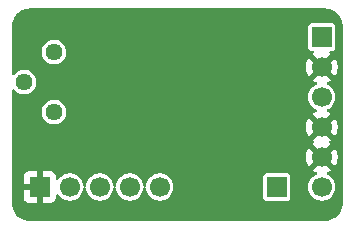
<source format=gbr>
%TF.GenerationSoftware,KiCad,Pcbnew,9.0.3*%
%TF.CreationDate,2025-09-20T16:11:44+08:00*%
%TF.ProjectId,Atari2600_2TransistorCompMod,41746172-6932-4363-9030-5f325472616e,rev?*%
%TF.SameCoordinates,Original*%
%TF.FileFunction,Copper,L2,Bot*%
%TF.FilePolarity,Positive*%
%FSLAX46Y46*%
G04 Gerber Fmt 4.6, Leading zero omitted, Abs format (unit mm)*
G04 Created by KiCad (PCBNEW 9.0.3) date 2025-09-20 16:11:44*
%MOMM*%
%LPD*%
G01*
G04 APERTURE LIST*
%TA.AperFunction,ComponentPad*%
%ADD10R,1.700000X1.700000*%
%TD*%
%TA.AperFunction,ComponentPad*%
%ADD11C,1.700000*%
%TD*%
%TA.AperFunction,ComponentPad*%
%ADD12C,1.440000*%
%TD*%
%TA.AperFunction,ViaPad*%
%ADD13C,0.600000*%
%TD*%
G04 APERTURE END LIST*
D10*
%TO.P,J3,1,Pin_1*%
%TO.N,/VideoOut*%
X93726000Y-58928000D03*
D11*
%TO.P,J3,2,Pin_2*%
%TO.N,GND*%
X93726000Y-61468000D03*
%TO.P,J3,3,Pin_3*%
%TO.N,/AudioOut*%
X93726000Y-64008000D03*
%TO.P,J3,4,Pin_4*%
%TO.N,GND*%
X93726000Y-66548000D03*
%TO.P,J3,5,Pin_5*%
X93726000Y-69088000D03*
%TO.P,J3,6,Pin_6*%
%TO.N,/AudioOut*%
X93726000Y-71628000D03*
%TD*%
D10*
%TO.P,J2,1,Pin_1*%
%TO.N,Net-(J2-Pin_1)*%
X89916000Y-71628000D03*
%TD*%
D12*
%TO.P,RV1,1,1*%
%TO.N,Net-(Q1-B)*%
X71060000Y-60198000D03*
%TO.P,RV1,2,2*%
%TO.N,Net-(C1-Pad2)*%
X68520000Y-62738000D03*
%TO.P,RV1,3,3*%
X71060000Y-65278000D03*
%TD*%
D10*
%TO.P,J1,1,Pin_1*%
%TO.N,GND*%
X69850000Y-71628000D03*
D11*
%TO.P,J1,2,Pin_2*%
%TO.N,unconnected-(J1-Pin_2-Pad2)*%
X72390000Y-71628000D03*
%TO.P,J1,3,Pin_3*%
%TO.N,+5V*%
X74930000Y-71628000D03*
%TO.P,J1,4,Pin_4*%
%TO.N,/VideoIn*%
X77470000Y-71628000D03*
%TO.P,J1,5,Pin_5*%
%TO.N,unconnected-(J1-Pin_5-Pad5)*%
X80010000Y-71628000D03*
%TD*%
D13*
%TO.N,GND*%
X92710000Y-70104000D03*
X84582000Y-66548000D03*
X69850000Y-73406000D03*
X68072000Y-71628000D03*
X92710000Y-62484000D03*
X92710000Y-60452000D03*
X69850000Y-69850000D03*
X92710000Y-67818000D03*
X94742000Y-67818000D03*
X94742000Y-65278000D03*
X94742000Y-70104000D03*
X92710000Y-65278000D03*
X94742000Y-60452000D03*
X86360000Y-66548000D03*
X94742000Y-62484000D03*
X81026000Y-66548000D03*
%TD*%
%TA.AperFunction,Conductor*%
%TO.N,GND*%
G36*
X94004418Y-56500816D02*
G01*
X94204561Y-56515130D01*
X94222063Y-56517647D01*
X94413797Y-56559355D01*
X94430755Y-56564334D01*
X94614609Y-56632909D01*
X94630701Y-56640259D01*
X94802904Y-56734288D01*
X94817784Y-56743849D01*
X94974867Y-56861441D01*
X94988237Y-56873027D01*
X95126972Y-57011762D01*
X95138558Y-57025132D01*
X95256146Y-57182210D01*
X95265711Y-57197095D01*
X95359740Y-57369298D01*
X95367090Y-57385390D01*
X95435662Y-57569236D01*
X95440646Y-57586212D01*
X95482351Y-57777931D01*
X95484869Y-57795442D01*
X95499184Y-57995580D01*
X95499500Y-58004427D01*
X95499500Y-72995572D01*
X95499184Y-73004419D01*
X95484869Y-73204557D01*
X95482351Y-73222068D01*
X95440646Y-73413787D01*
X95435662Y-73430763D01*
X95367090Y-73614609D01*
X95359740Y-73630701D01*
X95265711Y-73802904D01*
X95256146Y-73817789D01*
X95138558Y-73974867D01*
X95126972Y-73988237D01*
X94988237Y-74126972D01*
X94974867Y-74138558D01*
X94817789Y-74256146D01*
X94802904Y-74265711D01*
X94630701Y-74359740D01*
X94614609Y-74367090D01*
X94430763Y-74435662D01*
X94413787Y-74440646D01*
X94222068Y-74482351D01*
X94204557Y-74484869D01*
X94023779Y-74497799D01*
X94004417Y-74499184D01*
X93995572Y-74499500D01*
X69004428Y-74499500D01*
X68995582Y-74499184D01*
X68973622Y-74497613D01*
X68795442Y-74484869D01*
X68777931Y-74482351D01*
X68586212Y-74440646D01*
X68569236Y-74435662D01*
X68385390Y-74367090D01*
X68369298Y-74359740D01*
X68197095Y-74265711D01*
X68182210Y-74256146D01*
X68025132Y-74138558D01*
X68011762Y-74126972D01*
X67873027Y-73988237D01*
X67861441Y-73974867D01*
X67743849Y-73817784D01*
X67734288Y-73802904D01*
X67640259Y-73630701D01*
X67632909Y-73614609D01*
X67572091Y-73451551D01*
X67564334Y-73430755D01*
X67559355Y-73413797D01*
X67517647Y-73222063D01*
X67515130Y-73204556D01*
X67500816Y-73004418D01*
X67500500Y-72995572D01*
X67500500Y-70730155D01*
X68500000Y-70730155D01*
X68500000Y-71378000D01*
X69416988Y-71378000D01*
X69384075Y-71435007D01*
X69350000Y-71562174D01*
X69350000Y-71693826D01*
X69384075Y-71820993D01*
X69416988Y-71878000D01*
X68500000Y-71878000D01*
X68500000Y-72525844D01*
X68506401Y-72585372D01*
X68506403Y-72585379D01*
X68556645Y-72720086D01*
X68556649Y-72720093D01*
X68642809Y-72835187D01*
X68642812Y-72835190D01*
X68757906Y-72921350D01*
X68757913Y-72921354D01*
X68892620Y-72971596D01*
X68892627Y-72971598D01*
X68952155Y-72977999D01*
X68952172Y-72978000D01*
X69600000Y-72978000D01*
X69600000Y-72061012D01*
X69657007Y-72093925D01*
X69784174Y-72128000D01*
X69915826Y-72128000D01*
X70042993Y-72093925D01*
X70100000Y-72061012D01*
X70100000Y-72978000D01*
X70747828Y-72978000D01*
X70747844Y-72977999D01*
X70807372Y-72971598D01*
X70807379Y-72971596D01*
X70942086Y-72921354D01*
X70942093Y-72921350D01*
X71057187Y-72835190D01*
X71057190Y-72835187D01*
X71143350Y-72720093D01*
X71143354Y-72720086D01*
X71193596Y-72585379D01*
X71193598Y-72585372D01*
X71199999Y-72525844D01*
X71200000Y-72525827D01*
X71200000Y-72329087D01*
X71219685Y-72262048D01*
X71272489Y-72216293D01*
X71341647Y-72206349D01*
X71405203Y-72235374D01*
X71424318Y-72256202D01*
X71512441Y-72377495D01*
X71640500Y-72505554D01*
X71640505Y-72505558D01*
X71750361Y-72585372D01*
X71787006Y-72611996D01*
X71863094Y-72650765D01*
X71948360Y-72694211D01*
X71948363Y-72694212D01*
X72027997Y-72720086D01*
X72120591Y-72750171D01*
X72203429Y-72763291D01*
X72299449Y-72778500D01*
X72299454Y-72778500D01*
X72480551Y-72778500D01*
X72567259Y-72764765D01*
X72659409Y-72750171D01*
X72831639Y-72694211D01*
X72992994Y-72611996D01*
X73139501Y-72505553D01*
X73267553Y-72377501D01*
X73373996Y-72230994D01*
X73456211Y-72069639D01*
X73512171Y-71897409D01*
X73526422Y-71807425D01*
X73537527Y-71737321D01*
X73567456Y-71674186D01*
X73626768Y-71637255D01*
X73696630Y-71638253D01*
X73754863Y-71676863D01*
X73782473Y-71737321D01*
X73807829Y-71897410D01*
X73863787Y-72069636D01*
X73863788Y-72069639D01*
X73919664Y-72179300D01*
X73938513Y-72216293D01*
X73946006Y-72230997D01*
X74052441Y-72377494D01*
X74052445Y-72377499D01*
X74180500Y-72505554D01*
X74180505Y-72505558D01*
X74290361Y-72585372D01*
X74327006Y-72611996D01*
X74403094Y-72650765D01*
X74488360Y-72694211D01*
X74488363Y-72694212D01*
X74567997Y-72720086D01*
X74660591Y-72750171D01*
X74743429Y-72763291D01*
X74839449Y-72778500D01*
X74839454Y-72778500D01*
X75020551Y-72778500D01*
X75107259Y-72764765D01*
X75199409Y-72750171D01*
X75371639Y-72694211D01*
X75532994Y-72611996D01*
X75679501Y-72505553D01*
X75807553Y-72377501D01*
X75913996Y-72230994D01*
X75996211Y-72069639D01*
X76052171Y-71897409D01*
X76066422Y-71807425D01*
X76077527Y-71737321D01*
X76107456Y-71674186D01*
X76166768Y-71637255D01*
X76236630Y-71638253D01*
X76294863Y-71676863D01*
X76322473Y-71737321D01*
X76347829Y-71897410D01*
X76403787Y-72069636D01*
X76403788Y-72069639D01*
X76459664Y-72179300D01*
X76478513Y-72216293D01*
X76486006Y-72230997D01*
X76592441Y-72377494D01*
X76592445Y-72377499D01*
X76720500Y-72505554D01*
X76720505Y-72505558D01*
X76830361Y-72585372D01*
X76867006Y-72611996D01*
X76943094Y-72650765D01*
X77028360Y-72694211D01*
X77028363Y-72694212D01*
X77107997Y-72720086D01*
X77200591Y-72750171D01*
X77283429Y-72763291D01*
X77379449Y-72778500D01*
X77379454Y-72778500D01*
X77560551Y-72778500D01*
X77647259Y-72764765D01*
X77739409Y-72750171D01*
X77911639Y-72694211D01*
X78072994Y-72611996D01*
X78219501Y-72505553D01*
X78347553Y-72377501D01*
X78453996Y-72230994D01*
X78536211Y-72069639D01*
X78592171Y-71897409D01*
X78606422Y-71807425D01*
X78617527Y-71737321D01*
X78647456Y-71674186D01*
X78706768Y-71637255D01*
X78776630Y-71638253D01*
X78834863Y-71676863D01*
X78862473Y-71737321D01*
X78887829Y-71897410D01*
X78943787Y-72069636D01*
X78943788Y-72069639D01*
X78999664Y-72179300D01*
X79018513Y-72216293D01*
X79026006Y-72230997D01*
X79132441Y-72377494D01*
X79132445Y-72377499D01*
X79260500Y-72505554D01*
X79260505Y-72505558D01*
X79370361Y-72585372D01*
X79407006Y-72611996D01*
X79483094Y-72650765D01*
X79568360Y-72694211D01*
X79568363Y-72694212D01*
X79647997Y-72720086D01*
X79740591Y-72750171D01*
X79823429Y-72763291D01*
X79919449Y-72778500D01*
X79919454Y-72778500D01*
X80100551Y-72778500D01*
X80187259Y-72764765D01*
X80279409Y-72750171D01*
X80451639Y-72694211D01*
X80612994Y-72611996D01*
X80759501Y-72505553D01*
X80887553Y-72377501D01*
X80993996Y-72230994D01*
X81076211Y-72069639D01*
X81132171Y-71897409D01*
X81146765Y-71805259D01*
X81160500Y-71718551D01*
X81160500Y-71537448D01*
X81135245Y-71378000D01*
X81132171Y-71358591D01*
X81076211Y-71186361D01*
X81076211Y-71186360D01*
X81005937Y-71048442D01*
X80993996Y-71025006D01*
X80975681Y-70999797D01*
X80887558Y-70878505D01*
X80887554Y-70878500D01*
X80759499Y-70750445D01*
X80759494Y-70750441D01*
X80735669Y-70733131D01*
X88765500Y-70733131D01*
X88765500Y-72522856D01*
X88765502Y-72522882D01*
X88768413Y-72547987D01*
X88768415Y-72547991D01*
X88813793Y-72650764D01*
X88813794Y-72650765D01*
X88893235Y-72730206D01*
X88996009Y-72775585D01*
X89021135Y-72778500D01*
X90810864Y-72778499D01*
X90810879Y-72778497D01*
X90810882Y-72778497D01*
X90835987Y-72775586D01*
X90835988Y-72775585D01*
X90835991Y-72775585D01*
X90938765Y-72730206D01*
X91018206Y-72650765D01*
X91063585Y-72547991D01*
X91066500Y-72522865D01*
X91066499Y-70733136D01*
X91066497Y-70733117D01*
X91063586Y-70708012D01*
X91063585Y-70708010D01*
X91063585Y-70708009D01*
X91018206Y-70605235D01*
X90938765Y-70525794D01*
X90928211Y-70521134D01*
X90835992Y-70480415D01*
X90810865Y-70477500D01*
X89021143Y-70477500D01*
X89021117Y-70477502D01*
X88996012Y-70480413D01*
X88996008Y-70480415D01*
X88893235Y-70525793D01*
X88813794Y-70605234D01*
X88768415Y-70708006D01*
X88768415Y-70708008D01*
X88765500Y-70733131D01*
X80735669Y-70733131D01*
X80612997Y-70644006D01*
X80612996Y-70644005D01*
X80612994Y-70644004D01*
X80536906Y-70605235D01*
X80451639Y-70561788D01*
X80451636Y-70561787D01*
X80279410Y-70505829D01*
X80100551Y-70477500D01*
X80100546Y-70477500D01*
X79919454Y-70477500D01*
X79919449Y-70477500D01*
X79740589Y-70505829D01*
X79568363Y-70561787D01*
X79568360Y-70561788D01*
X79407002Y-70644006D01*
X79260505Y-70750441D01*
X79260500Y-70750445D01*
X79132445Y-70878500D01*
X79132441Y-70878505D01*
X79026006Y-71025002D01*
X78943788Y-71186360D01*
X78943787Y-71186363D01*
X78887829Y-71358589D01*
X78862473Y-71518678D01*
X78832544Y-71581813D01*
X78773232Y-71618744D01*
X78703369Y-71617746D01*
X78645137Y-71579136D01*
X78617527Y-71518678D01*
X78595245Y-71378000D01*
X78592171Y-71358591D01*
X78536211Y-71186361D01*
X78536211Y-71186360D01*
X78465937Y-71048442D01*
X78453996Y-71025006D01*
X78435681Y-70999797D01*
X78347558Y-70878505D01*
X78347554Y-70878500D01*
X78219499Y-70750445D01*
X78219494Y-70750441D01*
X78072997Y-70644006D01*
X78072996Y-70644005D01*
X78072994Y-70644004D01*
X77996906Y-70605235D01*
X77911639Y-70561788D01*
X77911636Y-70561787D01*
X77739410Y-70505829D01*
X77560551Y-70477500D01*
X77560546Y-70477500D01*
X77379454Y-70477500D01*
X77379449Y-70477500D01*
X77200589Y-70505829D01*
X77028363Y-70561787D01*
X77028360Y-70561788D01*
X76867002Y-70644006D01*
X76720505Y-70750441D01*
X76720500Y-70750445D01*
X76592445Y-70878500D01*
X76592441Y-70878505D01*
X76486006Y-71025002D01*
X76403788Y-71186360D01*
X76403787Y-71186363D01*
X76347829Y-71358589D01*
X76322473Y-71518678D01*
X76292544Y-71581813D01*
X76233232Y-71618744D01*
X76163369Y-71617746D01*
X76105137Y-71579136D01*
X76077527Y-71518678D01*
X76055245Y-71378000D01*
X76052171Y-71358591D01*
X75996211Y-71186361D01*
X75996211Y-71186360D01*
X75925937Y-71048442D01*
X75913996Y-71025006D01*
X75895681Y-70999797D01*
X75807558Y-70878505D01*
X75807554Y-70878500D01*
X75679499Y-70750445D01*
X75679494Y-70750441D01*
X75532997Y-70644006D01*
X75532996Y-70644005D01*
X75532994Y-70644004D01*
X75456906Y-70605235D01*
X75371639Y-70561788D01*
X75371636Y-70561787D01*
X75199410Y-70505829D01*
X75020551Y-70477500D01*
X75020546Y-70477500D01*
X74839454Y-70477500D01*
X74839449Y-70477500D01*
X74660589Y-70505829D01*
X74488363Y-70561787D01*
X74488360Y-70561788D01*
X74327002Y-70644006D01*
X74180505Y-70750441D01*
X74180500Y-70750445D01*
X74052445Y-70878500D01*
X74052441Y-70878505D01*
X73946006Y-71025002D01*
X73863788Y-71186360D01*
X73863787Y-71186363D01*
X73807829Y-71358589D01*
X73782473Y-71518678D01*
X73752544Y-71581813D01*
X73693232Y-71618744D01*
X73623369Y-71617746D01*
X73565137Y-71579136D01*
X73537527Y-71518678D01*
X73515245Y-71378000D01*
X73512171Y-71358591D01*
X73456211Y-71186361D01*
X73456211Y-71186360D01*
X73385937Y-71048442D01*
X73373996Y-71025006D01*
X73355681Y-70999797D01*
X73267558Y-70878505D01*
X73267554Y-70878500D01*
X73139499Y-70750445D01*
X73139494Y-70750441D01*
X72992997Y-70644006D01*
X72992996Y-70644005D01*
X72992994Y-70644004D01*
X72916906Y-70605235D01*
X72831639Y-70561788D01*
X72831636Y-70561787D01*
X72659410Y-70505829D01*
X72480551Y-70477500D01*
X72480546Y-70477500D01*
X72299454Y-70477500D01*
X72299449Y-70477500D01*
X72120589Y-70505829D01*
X71948363Y-70561787D01*
X71948360Y-70561788D01*
X71787002Y-70644006D01*
X71640505Y-70750441D01*
X71640500Y-70750445D01*
X71512445Y-70878500D01*
X71512441Y-70878505D01*
X71424318Y-70999797D01*
X71368988Y-71042463D01*
X71299375Y-71048442D01*
X71237580Y-71015836D01*
X71203223Y-70954998D01*
X71200000Y-70926912D01*
X71200000Y-70730172D01*
X71199999Y-70730155D01*
X71193598Y-70670627D01*
X71193596Y-70670620D01*
X71143354Y-70535913D01*
X71143350Y-70535906D01*
X71057190Y-70420812D01*
X71057187Y-70420809D01*
X70942093Y-70334649D01*
X70942086Y-70334645D01*
X70807379Y-70284403D01*
X70807372Y-70284401D01*
X70747844Y-70278000D01*
X70100000Y-70278000D01*
X70100000Y-71194988D01*
X70042993Y-71162075D01*
X69915826Y-71128000D01*
X69784174Y-71128000D01*
X69657007Y-71162075D01*
X69600000Y-71194988D01*
X69600000Y-70278000D01*
X68952155Y-70278000D01*
X68892627Y-70284401D01*
X68892620Y-70284403D01*
X68757913Y-70334645D01*
X68757906Y-70334649D01*
X68642812Y-70420809D01*
X68642809Y-70420812D01*
X68556649Y-70535906D01*
X68556645Y-70535913D01*
X68506403Y-70670620D01*
X68506401Y-70670627D01*
X68500000Y-70730155D01*
X67500500Y-70730155D01*
X67500500Y-65177484D01*
X70039500Y-65177484D01*
X70039500Y-65378515D01*
X70078715Y-65575661D01*
X70078718Y-65575673D01*
X70155640Y-65761381D01*
X70155647Y-65761394D01*
X70267325Y-65928530D01*
X70267328Y-65928534D01*
X70409465Y-66070671D01*
X70409469Y-66070674D01*
X70576605Y-66182352D01*
X70576618Y-66182359D01*
X70762326Y-66259281D01*
X70762331Y-66259283D01*
X70959484Y-66298499D01*
X70959488Y-66298500D01*
X70959489Y-66298500D01*
X71160512Y-66298500D01*
X71160513Y-66298499D01*
X71357669Y-66259283D01*
X71543388Y-66182356D01*
X71710531Y-66070674D01*
X71852674Y-65928531D01*
X71964356Y-65761388D01*
X72041283Y-65575669D01*
X72080500Y-65378511D01*
X72080500Y-65177489D01*
X72041283Y-64980331D01*
X72002027Y-64885558D01*
X71964359Y-64794618D01*
X71964352Y-64794605D01*
X71852674Y-64627469D01*
X71852671Y-64627465D01*
X71710534Y-64485328D01*
X71710530Y-64485325D01*
X71543394Y-64373647D01*
X71543381Y-64373640D01*
X71357673Y-64296718D01*
X71357661Y-64296715D01*
X71160515Y-64257500D01*
X71160511Y-64257500D01*
X70959489Y-64257500D01*
X70959484Y-64257500D01*
X70762338Y-64296715D01*
X70762326Y-64296718D01*
X70576618Y-64373640D01*
X70576605Y-64373647D01*
X70409469Y-64485325D01*
X70409465Y-64485328D01*
X70267328Y-64627465D01*
X70267325Y-64627469D01*
X70155647Y-64794605D01*
X70155640Y-64794618D01*
X70078718Y-64980326D01*
X70078715Y-64980338D01*
X70039500Y-65177484D01*
X67500500Y-65177484D01*
X67500500Y-63457835D01*
X67520185Y-63390796D01*
X67572989Y-63345041D01*
X67642147Y-63335097D01*
X67705703Y-63364122D01*
X67723242Y-63384003D01*
X67723462Y-63383823D01*
X67727328Y-63388534D01*
X67869465Y-63530671D01*
X67869469Y-63530674D01*
X68036605Y-63642352D01*
X68036618Y-63642359D01*
X68222326Y-63719281D01*
X68222331Y-63719283D01*
X68419484Y-63758499D01*
X68419488Y-63758500D01*
X68419489Y-63758500D01*
X68620512Y-63758500D01*
X68620513Y-63758499D01*
X68817669Y-63719283D01*
X69003388Y-63642356D01*
X69170531Y-63530674D01*
X69312674Y-63388531D01*
X69424356Y-63221388D01*
X69501283Y-63035669D01*
X69540500Y-62838511D01*
X69540500Y-62637489D01*
X69501283Y-62440331D01*
X69501281Y-62440326D01*
X69424359Y-62254618D01*
X69424352Y-62254605D01*
X69312674Y-62087469D01*
X69312671Y-62087465D01*
X69170534Y-61945328D01*
X69170530Y-61945325D01*
X69003394Y-61833647D01*
X69003381Y-61833640D01*
X68817673Y-61756718D01*
X68817661Y-61756715D01*
X68620515Y-61717500D01*
X68620511Y-61717500D01*
X68419489Y-61717500D01*
X68419484Y-61717500D01*
X68222338Y-61756715D01*
X68222326Y-61756718D01*
X68036618Y-61833640D01*
X68036605Y-61833647D01*
X67869469Y-61945325D01*
X67869465Y-61945328D01*
X67727328Y-62087465D01*
X67723462Y-62092177D01*
X67722459Y-62091354D01*
X67673985Y-62131862D01*
X67604660Y-62140566D01*
X67541633Y-62110409D01*
X67504917Y-62050964D01*
X67500500Y-62018164D01*
X67500500Y-61361753D01*
X92376000Y-61361753D01*
X92376000Y-61574246D01*
X92409242Y-61784127D01*
X92409242Y-61784130D01*
X92474904Y-61986217D01*
X92571375Y-62175550D01*
X92610728Y-62229716D01*
X93243037Y-61597408D01*
X93260075Y-61660993D01*
X93325901Y-61775007D01*
X93418993Y-61868099D01*
X93533007Y-61933925D01*
X93596590Y-61950962D01*
X92964282Y-62583269D01*
X92964282Y-62583270D01*
X93018449Y-62622624D01*
X93207780Y-62719094D01*
X93236705Y-62728492D01*
X93294381Y-62767929D01*
X93321580Y-62832287D01*
X93309667Y-62901134D01*
X93262424Y-62952610D01*
X93254685Y-62956908D01*
X93123004Y-63024004D01*
X92976505Y-63130441D01*
X92976500Y-63130445D01*
X92848445Y-63258500D01*
X92848441Y-63258505D01*
X92742006Y-63405002D01*
X92659788Y-63566360D01*
X92659787Y-63566363D01*
X92603829Y-63738589D01*
X92575500Y-63917448D01*
X92575500Y-64098551D01*
X92603829Y-64277410D01*
X92659787Y-64449636D01*
X92659788Y-64449639D01*
X92742006Y-64610997D01*
X92848441Y-64757494D01*
X92848445Y-64757499D01*
X92976500Y-64885554D01*
X92976505Y-64885558D01*
X93104287Y-64978396D01*
X93123006Y-64991996D01*
X93224780Y-65043853D01*
X93254684Y-65059090D01*
X93305480Y-65107065D01*
X93322275Y-65174886D01*
X93299737Y-65241021D01*
X93245022Y-65284472D01*
X93236708Y-65287506D01*
X93207781Y-65296905D01*
X93018439Y-65393380D01*
X92964282Y-65432727D01*
X92964282Y-65432728D01*
X93596591Y-66065037D01*
X93533007Y-66082075D01*
X93418993Y-66147901D01*
X93325901Y-66240993D01*
X93260075Y-66355007D01*
X93243037Y-66418591D01*
X92610728Y-65786282D01*
X92610727Y-65786282D01*
X92571380Y-65840439D01*
X92474904Y-66029782D01*
X92409242Y-66231869D01*
X92409242Y-66231872D01*
X92376000Y-66441753D01*
X92376000Y-66654246D01*
X92409242Y-66864127D01*
X92409242Y-66864130D01*
X92474904Y-67066217D01*
X92571375Y-67255550D01*
X92610728Y-67309716D01*
X93243037Y-66677408D01*
X93260075Y-66740993D01*
X93325901Y-66855007D01*
X93418993Y-66948099D01*
X93533007Y-67013925D01*
X93596591Y-67030962D01*
X92995971Y-67631581D01*
X93074711Y-67748895D01*
X93075920Y-67752729D01*
X93078844Y-67755491D01*
X93086343Y-67785778D01*
X93095727Y-67815529D01*
X93094671Y-67819408D01*
X93095638Y-67823312D01*
X93085573Y-67852844D01*
X93077383Y-67882947D01*
X93074397Y-67885640D01*
X93073100Y-67889447D01*
X93028051Y-67928483D01*
X93018440Y-67933380D01*
X92964282Y-67972727D01*
X92964282Y-67972728D01*
X93596591Y-68605037D01*
X93533007Y-68622075D01*
X93418993Y-68687901D01*
X93325901Y-68780993D01*
X93260075Y-68895007D01*
X93243037Y-68958591D01*
X92610728Y-68326282D01*
X92610727Y-68326282D01*
X92571380Y-68380439D01*
X92474904Y-68569782D01*
X92409242Y-68771869D01*
X92409242Y-68771872D01*
X92376000Y-68981753D01*
X92376000Y-69194246D01*
X92409242Y-69404127D01*
X92409242Y-69404130D01*
X92474904Y-69606217D01*
X92571375Y-69795550D01*
X92610728Y-69849716D01*
X93243037Y-69217408D01*
X93260075Y-69280993D01*
X93325901Y-69395007D01*
X93418993Y-69488099D01*
X93533007Y-69553925D01*
X93596590Y-69570962D01*
X92964282Y-70203269D01*
X92964282Y-70203270D01*
X93018449Y-70242624D01*
X93207780Y-70339094D01*
X93236705Y-70348492D01*
X93294381Y-70387929D01*
X93321580Y-70452287D01*
X93309667Y-70521134D01*
X93262424Y-70572610D01*
X93254685Y-70576908D01*
X93123004Y-70644004D01*
X92976505Y-70750441D01*
X92976500Y-70750445D01*
X92848445Y-70878500D01*
X92848441Y-70878505D01*
X92742006Y-71025002D01*
X92659788Y-71186360D01*
X92659787Y-71186363D01*
X92603829Y-71358589D01*
X92575500Y-71537448D01*
X92575500Y-71718551D01*
X92603829Y-71897410D01*
X92659787Y-72069636D01*
X92659788Y-72069639D01*
X92715664Y-72179300D01*
X92734513Y-72216293D01*
X92742006Y-72230997D01*
X92848441Y-72377494D01*
X92848445Y-72377499D01*
X92976500Y-72505554D01*
X92976505Y-72505558D01*
X93086361Y-72585372D01*
X93123006Y-72611996D01*
X93199094Y-72650765D01*
X93284360Y-72694211D01*
X93284363Y-72694212D01*
X93363997Y-72720086D01*
X93456591Y-72750171D01*
X93539429Y-72763291D01*
X93635449Y-72778500D01*
X93635454Y-72778500D01*
X93816551Y-72778500D01*
X93903259Y-72764765D01*
X93995409Y-72750171D01*
X94167639Y-72694211D01*
X94328994Y-72611996D01*
X94475501Y-72505553D01*
X94603553Y-72377501D01*
X94709996Y-72230994D01*
X94792211Y-72069639D01*
X94848171Y-71897409D01*
X94862765Y-71805259D01*
X94876500Y-71718551D01*
X94876500Y-71537448D01*
X94851245Y-71378000D01*
X94848171Y-71358591D01*
X94792211Y-71186361D01*
X94792211Y-71186360D01*
X94721937Y-71048442D01*
X94709996Y-71025006D01*
X94691681Y-70999797D01*
X94603558Y-70878505D01*
X94603554Y-70878500D01*
X94475499Y-70750445D01*
X94475494Y-70750441D01*
X94328995Y-70644004D01*
X94197314Y-70576908D01*
X94146519Y-70528934D01*
X94129724Y-70461113D01*
X94152262Y-70394978D01*
X94206977Y-70351527D01*
X94215295Y-70348492D01*
X94244217Y-70339095D01*
X94433554Y-70242622D01*
X94487716Y-70203270D01*
X94487717Y-70203270D01*
X93855408Y-69570962D01*
X93918993Y-69553925D01*
X94033007Y-69488099D01*
X94126099Y-69395007D01*
X94191925Y-69280993D01*
X94208962Y-69217408D01*
X94841270Y-69849717D01*
X94841270Y-69849716D01*
X94880622Y-69795554D01*
X94977095Y-69606217D01*
X95042757Y-69404130D01*
X95042757Y-69404127D01*
X95076000Y-69194246D01*
X95076000Y-68981753D01*
X95042757Y-68771872D01*
X95042757Y-68771869D01*
X94977095Y-68569782D01*
X94880624Y-68380449D01*
X94841270Y-68326282D01*
X94841269Y-68326282D01*
X94208962Y-68958590D01*
X94191925Y-68895007D01*
X94126099Y-68780993D01*
X94033007Y-68687901D01*
X93918993Y-68622075D01*
X93855409Y-68605037D01*
X94487716Y-67972728D01*
X94433550Y-67933375D01*
X94423954Y-67928486D01*
X94373157Y-67880512D01*
X94356361Y-67812692D01*
X94378897Y-67746556D01*
X94423954Y-67707514D01*
X94433554Y-67702622D01*
X94487716Y-67663270D01*
X94487717Y-67663270D01*
X93855408Y-67030962D01*
X93918993Y-67013925D01*
X94033007Y-66948099D01*
X94126099Y-66855007D01*
X94191925Y-66740993D01*
X94208962Y-66677408D01*
X94841270Y-67309717D01*
X94841270Y-67309716D01*
X94880622Y-67255554D01*
X94977095Y-67066217D01*
X95042757Y-66864130D01*
X95042757Y-66864127D01*
X95076000Y-66654246D01*
X95076000Y-66441753D01*
X95042757Y-66231872D01*
X95042757Y-66231869D01*
X94977095Y-66029782D01*
X94880624Y-65840449D01*
X94841270Y-65786282D01*
X94841269Y-65786282D01*
X94208962Y-66418590D01*
X94191925Y-66355007D01*
X94126099Y-66240993D01*
X94033007Y-66147901D01*
X93918993Y-66082075D01*
X93855409Y-66065037D01*
X94487716Y-65432728D01*
X94433550Y-65393375D01*
X94244217Y-65296904D01*
X94215292Y-65287506D01*
X94157616Y-65248068D01*
X94130418Y-65183710D01*
X94142333Y-65114863D01*
X94189577Y-65063388D01*
X94197315Y-65059090D01*
X94328994Y-64991996D01*
X94475501Y-64885553D01*
X94603553Y-64757501D01*
X94709996Y-64610994D01*
X94792211Y-64449639D01*
X94848171Y-64277409D01*
X94862765Y-64185259D01*
X94876500Y-64098551D01*
X94876500Y-63917448D01*
X94851324Y-63758499D01*
X94848171Y-63738591D01*
X94792211Y-63566361D01*
X94792211Y-63566360D01*
X94763740Y-63510484D01*
X94709996Y-63405006D01*
X94666429Y-63345041D01*
X94603558Y-63258505D01*
X94603554Y-63258500D01*
X94475499Y-63130445D01*
X94475494Y-63130441D01*
X94328995Y-63024004D01*
X94197314Y-62956908D01*
X94146519Y-62908934D01*
X94129724Y-62841113D01*
X94152262Y-62774978D01*
X94206977Y-62731527D01*
X94215295Y-62728492D01*
X94244217Y-62719095D01*
X94433554Y-62622622D01*
X94487716Y-62583270D01*
X94487717Y-62583270D01*
X93855408Y-61950962D01*
X93918993Y-61933925D01*
X94033007Y-61868099D01*
X94126099Y-61775007D01*
X94191925Y-61660993D01*
X94208962Y-61597408D01*
X94841270Y-62229717D01*
X94841270Y-62229716D01*
X94880622Y-62175554D01*
X94977095Y-61986217D01*
X95042757Y-61784130D01*
X95042757Y-61784127D01*
X95076000Y-61574246D01*
X95076000Y-61361753D01*
X95042757Y-61151872D01*
X95042757Y-61151869D01*
X94977095Y-60949782D01*
X94880624Y-60760449D01*
X94841270Y-60706282D01*
X94841269Y-60706282D01*
X94208962Y-61338590D01*
X94191925Y-61275007D01*
X94126099Y-61160993D01*
X94033007Y-61067901D01*
X93918993Y-61002075D01*
X93855409Y-60985037D01*
X94487716Y-60352728D01*
X94433550Y-60313375D01*
X94432786Y-60312986D01*
X94432546Y-60312759D01*
X94429396Y-60310829D01*
X94429801Y-60310167D01*
X94381988Y-60265013D01*
X94365191Y-60197192D01*
X94387726Y-60131057D01*
X94442440Y-60087604D01*
X94489076Y-60078499D01*
X94620864Y-60078499D01*
X94620879Y-60078497D01*
X94620882Y-60078497D01*
X94645987Y-60075586D01*
X94645988Y-60075585D01*
X94645991Y-60075585D01*
X94748765Y-60030206D01*
X94828206Y-59950765D01*
X94873585Y-59847991D01*
X94876500Y-59822865D01*
X94876499Y-58033136D01*
X94876497Y-58033117D01*
X94873586Y-58008012D01*
X94873585Y-58008010D01*
X94873585Y-58008009D01*
X94828206Y-57905235D01*
X94748765Y-57825794D01*
X94748763Y-57825793D01*
X94645992Y-57780415D01*
X94620865Y-57777500D01*
X92831143Y-57777500D01*
X92831117Y-57777502D01*
X92806012Y-57780413D01*
X92806008Y-57780415D01*
X92703235Y-57825793D01*
X92623794Y-57905234D01*
X92578415Y-58008006D01*
X92578415Y-58008008D01*
X92575500Y-58033131D01*
X92575500Y-59822856D01*
X92575502Y-59822882D01*
X92578413Y-59847987D01*
X92578415Y-59847991D01*
X92623793Y-59950764D01*
X92623794Y-59950765D01*
X92703235Y-60030206D01*
X92806009Y-60075585D01*
X92831135Y-60078500D01*
X92962923Y-60078499D01*
X93029960Y-60098183D01*
X93075715Y-60150987D01*
X93085659Y-60220145D01*
X93056635Y-60283701D01*
X93022387Y-60310507D01*
X93022590Y-60310838D01*
X93019715Y-60312599D01*
X93019239Y-60312972D01*
X93018451Y-60313373D01*
X93018440Y-60313380D01*
X92964282Y-60352727D01*
X92964282Y-60352728D01*
X93596591Y-60985037D01*
X93533007Y-61002075D01*
X93418993Y-61067901D01*
X93325901Y-61160993D01*
X93260075Y-61275007D01*
X93243037Y-61338591D01*
X92610728Y-60706282D01*
X92610727Y-60706282D01*
X92571380Y-60760439D01*
X92474904Y-60949782D01*
X92409242Y-61151869D01*
X92409242Y-61151872D01*
X92376000Y-61361753D01*
X67500500Y-61361753D01*
X67500500Y-60097484D01*
X70039500Y-60097484D01*
X70039500Y-60298515D01*
X70078715Y-60495661D01*
X70078718Y-60495673D01*
X70155640Y-60681381D01*
X70155647Y-60681394D01*
X70267325Y-60848530D01*
X70267328Y-60848534D01*
X70409465Y-60990671D01*
X70409469Y-60990674D01*
X70576605Y-61102352D01*
X70576618Y-61102359D01*
X70762326Y-61179281D01*
X70762331Y-61179283D01*
X70959484Y-61218499D01*
X70959488Y-61218500D01*
X70959489Y-61218500D01*
X71160512Y-61218500D01*
X71160513Y-61218499D01*
X71357669Y-61179283D01*
X71543388Y-61102356D01*
X71710531Y-60990674D01*
X71852674Y-60848531D01*
X71964356Y-60681388D01*
X72041283Y-60495669D01*
X72080500Y-60298511D01*
X72080500Y-60097489D01*
X72041283Y-59900331D01*
X72019603Y-59847991D01*
X71964359Y-59714618D01*
X71964352Y-59714605D01*
X71852674Y-59547469D01*
X71852671Y-59547465D01*
X71710534Y-59405328D01*
X71710530Y-59405325D01*
X71543394Y-59293647D01*
X71543381Y-59293640D01*
X71357673Y-59216718D01*
X71357661Y-59216715D01*
X71160515Y-59177500D01*
X71160511Y-59177500D01*
X70959489Y-59177500D01*
X70959484Y-59177500D01*
X70762338Y-59216715D01*
X70762326Y-59216718D01*
X70576618Y-59293640D01*
X70576605Y-59293647D01*
X70409469Y-59405325D01*
X70409465Y-59405328D01*
X70267328Y-59547465D01*
X70267325Y-59547469D01*
X70155647Y-59714605D01*
X70155640Y-59714618D01*
X70078718Y-59900326D01*
X70078715Y-59900338D01*
X70039500Y-60097484D01*
X67500500Y-60097484D01*
X67500500Y-58004427D01*
X67500816Y-57995581D01*
X67511318Y-57848748D01*
X67515130Y-57795436D01*
X67517646Y-57777938D01*
X67559356Y-57586199D01*
X67564333Y-57569248D01*
X67632911Y-57385385D01*
X67640259Y-57369298D01*
X67702815Y-57254734D01*
X67734291Y-57197089D01*
X67743845Y-57182221D01*
X67861448Y-57025123D01*
X67873020Y-57011769D01*
X68011769Y-56873020D01*
X68025123Y-56861448D01*
X68182221Y-56743845D01*
X68197089Y-56734291D01*
X68369298Y-56640258D01*
X68385385Y-56632911D01*
X68569248Y-56564333D01*
X68586199Y-56559356D01*
X68777938Y-56517646D01*
X68795436Y-56515130D01*
X68995582Y-56500816D01*
X69004428Y-56500500D01*
X69065892Y-56500500D01*
X93934108Y-56500500D01*
X93995572Y-56500500D01*
X94004418Y-56500816D01*
G37*
%TD.AperFunction*%
%TD*%
M02*

</source>
